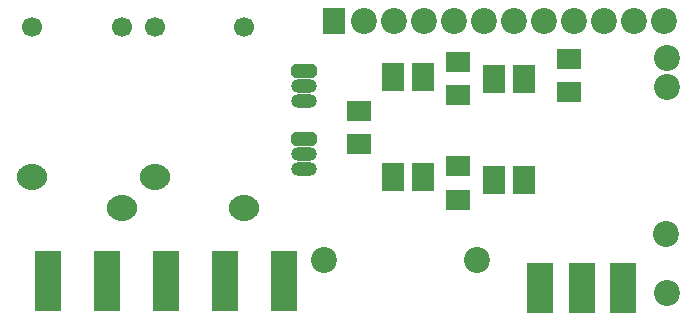
<source format=gbr>
G04 DipTrace 3.3.1.3*
G04 TopMask.gbr*
%MOMM*%
G04 #@! TF.FileFunction,Soldermask,Top*
G04 #@! TF.Part,Single*
%AMOUTLINE1*
4,1,20,
1.30179,0.0,
1.2361,-0.34561,
1.04752,-0.65404,
0.75802,-0.89529,
0.39739,-1.04842,
0.0,-1.10087,
-0.39739,-1.04842,
-0.75802,-0.89529,
-1.04752,-0.65404,
-1.2361,-0.34561,
-1.30179,0.0,
-1.2361,0.34561,
-1.04752,0.65404,
-0.75802,0.89529,
-0.39739,1.04842,
0.0,1.10087,
0.39739,1.04842,
0.75802,0.89529,
1.04752,0.65404,
1.2361,0.34561,
1.30179,0.0,
0*%
%AMOUTLINE4*
4,1,8,
-0.79142,0.6,
-1.1,0.29142,
-1.1,-0.29142,
-0.79142,-0.6,
0.79142,-0.6,
1.1,-0.29142,
1.1,0.29142,
0.79142,0.6,
-0.79142,0.6,
0*%
%ADD36R,2.2X5.2*%
%ADD38R,2.2X4.2*%
%ADD42O,2.2X1.2*%
%ADD44R,2.0X1.8*%
%ADD46R,1.9X2.4*%
%ADD48R,1.9X2.2*%
%ADD50C,1.7*%
%ADD51C,2.2*%
%ADD53C,2.2*%
%ADD60OUTLINE1*%
%ADD63OUTLINE4*%
%FSLAX35Y35*%
G04*
G71*
G90*
G75*
G01*
G04 TopMask*
%LPD*%
D53*
X3129780Y-3919347D3*
X1832913D3*
D51*
X4737267Y-2210713D3*
Y-2460713D3*
Y-4200713D3*
X4727267Y-3700713D3*
D60*
X402627Y-3217027D3*
X1162627Y-3477027D3*
D50*
Y-1947027D3*
X402627D3*
D60*
X-636780Y-3221190D3*
X123220Y-3481190D3*
D50*
Y-1951190D3*
X-636780D3*
D48*
X1918897Y-1896997D3*
D53*
X2172897D3*
X2426897D3*
X2680897D3*
X2934897D3*
X3188897D3*
X3442897D3*
X3696897D3*
X3950897D3*
X4204897D3*
X4458897D3*
X4712897D3*
D46*
X2674980Y-2372193D3*
X2420980D3*
Y-3222193D3*
X2674980D3*
X3529427Y-2390013D3*
X3275427D3*
Y-3240013D3*
X3529427D3*
D44*
X2968343Y-2246883D3*
Y-2526883D3*
X3914113Y-2222097D3*
Y-2502097D3*
D63*
X1669773Y-2319910D3*
D42*
Y-2446910D3*
Y-2573910D3*
D63*
Y-2899253D3*
D42*
Y-3026253D3*
Y-3153253D3*
D44*
X2132487Y-2656610D3*
Y-2936610D3*
X2969360Y-3409870D3*
Y-3129870D3*
D38*
X3666147Y-4154993D3*
X4016147D3*
X4366147D3*
D36*
X-503260Y-4101533D3*
X-3260D3*
X496740D3*
X996740D3*
X1496740D3*
D50*
X982106Y-4106196D3*
M02*

</source>
